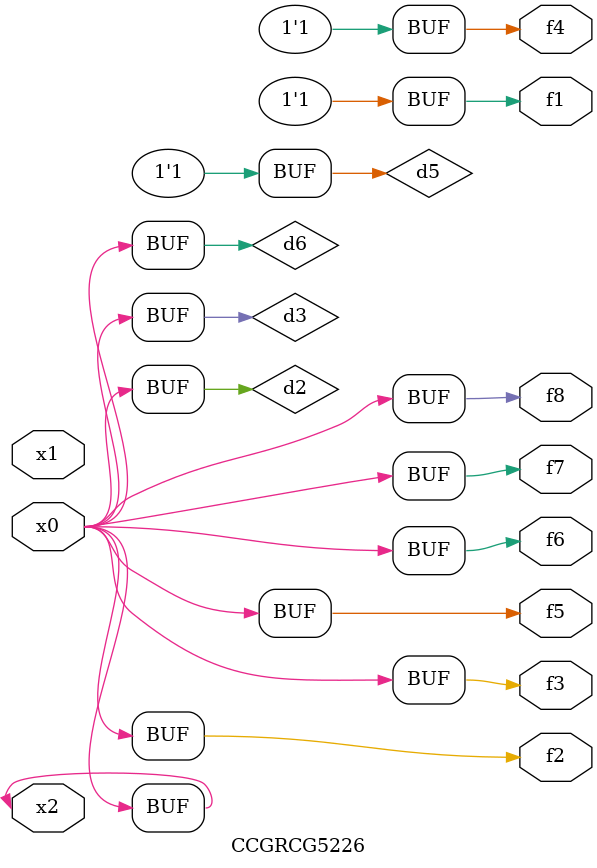
<source format=v>
module CCGRCG5226(
	input x0, x1, x2,
	output f1, f2, f3, f4, f5, f6, f7, f8
);

	wire d1, d2, d3, d4, d5, d6;

	xnor (d1, x2);
	buf (d2, x0, x2);
	and (d3, x0);
	xnor (d4, x1, x2);
	nand (d5, d1, d3);
	buf (d6, d2, d3);
	assign f1 = d5;
	assign f2 = d6;
	assign f3 = d6;
	assign f4 = d5;
	assign f5 = d6;
	assign f6 = d6;
	assign f7 = d6;
	assign f8 = d6;
endmodule

</source>
